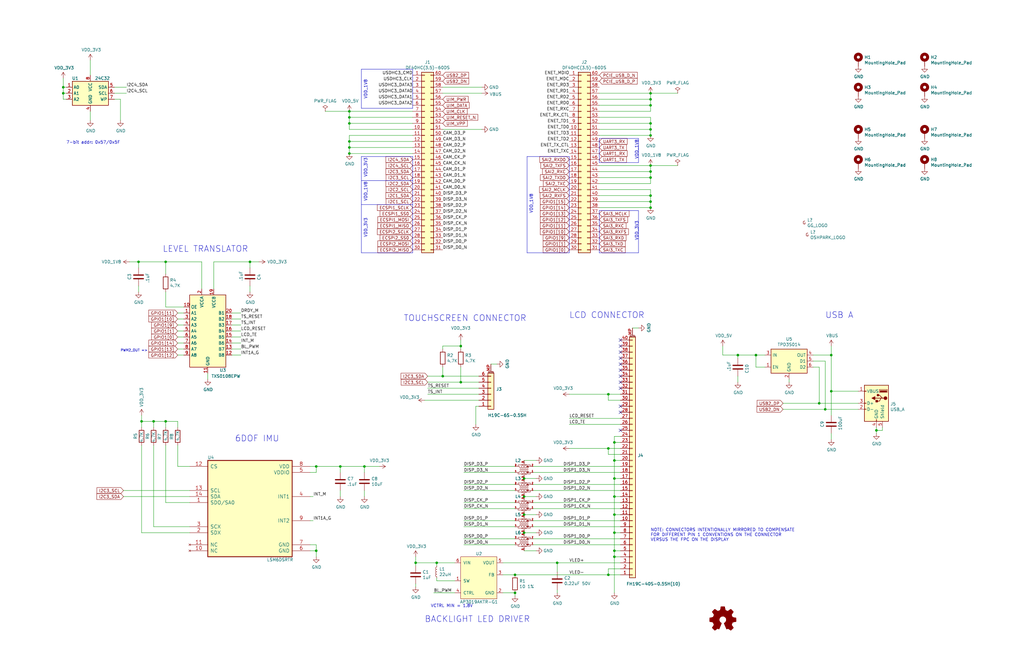
<source format=kicad_sch>
(kicad_sch (version 20230121) (generator eeschema)
  (paper "USLedger")
  (junction (at 259.08 234.95))
  (junction (at 259.08 201.93))
  (junction (at 59.69 177.8))
  (junction (at 147.32 59.69))
  (junction (at 259.08 217.17))
  (junction (at 274.32 39.37))
  (junction (at 217.17 242.57))
  (junction (at 133.35 196.85))
  (junction (at 26.67 39.37))
  (junction (at 274.32 72.39))
  (junction (at 274.32 82.55))
  (junction (at 311.15 149.86))
  (junction (at 259.08 194.31))
  (junction (at 194.31 146.05))
  (junction (at 274.32 85.09))
  (junction (at 259.08 224.79))
  (junction (at 184.15 237.49))
  (junction (at 64.77 177.8))
  (junction (at 26.67 36.83))
  (junction (at 256.54 189.23))
  (junction (at 274.32 87.63))
  (junction (at 147.32 49.53))
  (junction (at 274.32 74.93))
  (junction (at 147.32 52.07))
  (junction (at 175.26 237.49))
  (junction (at 147.32 62.23))
  (junction (at 259.08 186.69))
  (junction (at 186.69 158.75))
  (junction (at 318.77 149.86))
  (junction (at 350.52 149.86))
  (junction (at 217.17 250.19))
  (junction (at 274.32 57.15))
  (junction (at 369.57 181.61))
  (junction (at 133.35 232.41))
  (junction (at 69.85 177.8))
  (junction (at 234.95 237.49))
  (junction (at 58.42 110.49))
  (junction (at 256.54 166.37))
  (junction (at 220.98 217.17))
  (junction (at 274.32 69.85))
  (junction (at 147.32 46.99))
  (junction (at 274.32 52.07))
  (junction (at 147.32 64.77))
  (junction (at 69.85 110.49))
  (junction (at 143.51 196.85))
  (junction (at 274.32 54.61))
  (junction (at 350.52 165.1))
  (junction (at 194.31 161.29))
  (junction (at 347.98 172.72))
  (junction (at 220.98 201.93))
  (junction (at 105.41 110.49))
  (junction (at 274.32 41.91))
  (junction (at 256.54 242.57))
  (junction (at 153.67 196.85))
  (junction (at 345.44 170.18))
  (junction (at 259.08 209.55))
  (junction (at 220.98 224.79))
  (junction (at 220.98 209.55))
  (junction (at 259.08 232.41))
  (junction (at 274.32 44.45))
  (no_connect (at 261.62 153.67))
  (no_connect (at 261.62 171.45))
  (no_connect (at 261.62 163.83))
  (no_connect (at 261.62 158.75))
  (no_connect (at 261.62 143.51))
  (no_connect (at 261.62 161.29))
  (no_connect (at 261.62 156.21))
  (no_connect (at 261.62 173.99))
  (no_connect (at 261.62 148.59))
  (no_connect (at 261.62 146.05))
  (no_connect (at 261.62 181.61))
  (no_connect (at 261.62 151.13))
  (wire (pts (xy 90.17 110.49) (xy 105.41 110.49)))
  (wire (pts (xy 130.81 232.41) (xy 133.35 232.41)))
  (wire (pts (xy 274.32 87.63) (xy 274.32 85.09)))
  (wire (pts (xy 137.16 46.99) (xy 147.32 46.99)))
  (polyline (pts (xy 269.24 88.9) (xy 252.73 88.9)))
  (wire (pts (xy 194.31 154.94) (xy 194.31 161.29)))
  (wire (pts (xy 347.98 172.72) (xy 361.95 172.72)))
  (polyline (pts (xy 173.99 86.36) (xy 152.4 86.36)))
  (wire (pts (xy 330.2 172.72) (xy 347.98 172.72)))
  (wire (pts (xy 133.35 199.39) (xy 133.35 196.85)))
  (wire (pts (xy 274.32 49.53) (xy 274.32 52.07)))
  (wire (pts (xy 186.69 146.05) (xy 194.31 146.05)))
  (polyline (pts (xy 252.73 106.68) (xy 269.24 106.68)))
  (wire (pts (xy 256.54 168.91) (xy 256.54 166.37)))
  (wire (pts (xy 318.77 154.94) (xy 318.77 149.86)))
  (wire (pts (xy 311.15 149.86) (xy 318.77 149.86)))
  (wire (pts (xy 220.98 232.41) (xy 226.06 232.41)))
  (wire (pts (xy 186.69 36.83) (xy 203.2 36.83)))
  (wire (pts (xy 153.67 207.01) (xy 153.67 209.55)))
  (wire (pts (xy 261.62 179.07) (xy 240.03 179.07)))
  (wire (pts (xy 130.81 209.55) (xy 132.08 209.55)))
  (wire (pts (xy 224.79 196.85) (xy 261.62 196.85)))
  (wire (pts (xy 252.73 77.47) (xy 274.32 77.47)))
  (wire (pts (xy 224.79 219.71) (xy 261.62 219.71)))
  (wire (pts (xy 369.57 180.34) (xy 369.57 181.61)))
  (wire (pts (xy 224.79 212.09) (xy 261.62 212.09)))
  (wire (pts (xy 133.35 196.85) (xy 143.51 196.85)))
  (wire (pts (xy 285.75 39.37) (xy 274.32 39.37)))
  (wire (pts (xy 26.67 33.02) (xy 26.67 36.83)))
  (wire (pts (xy 191.77 245.11) (xy 184.15 245.11)))
  (wire (pts (xy 372.11 181.61) (xy 372.11 180.34)))
  (polyline (pts (xy 222.25 106.68) (xy 222.25 66.04)))
  (wire (pts (xy 261.62 189.23) (xy 256.54 189.23)))
  (wire (pts (xy 274.32 80.01) (xy 274.32 82.55)))
  (wire (pts (xy 133.35 229.87) (xy 133.35 232.41)))
  (wire (pts (xy 217.17 229.87) (xy 195.58 229.87)))
  (polyline (pts (xy 240.03 106.68) (xy 222.25 106.68)))
  (wire (pts (xy 147.32 59.69) (xy 147.32 62.23)))
  (wire (pts (xy 74.93 142.24) (xy 77.47 142.24)))
  (wire (pts (xy 58.42 113.03) (xy 58.42 110.49)))
  (wire (pts (xy 80.01 212.09) (xy 69.85 212.09)))
  (wire (pts (xy 252.73 44.45) (xy 274.32 44.45)))
  (wire (pts (xy 256.54 240.03) (xy 256.54 242.57)))
  (wire (pts (xy 173.99 54.61) (xy 147.32 54.61)))
  (polyline (pts (xy 152.4 76.2) (xy 173.99 76.2)))
  (wire (pts (xy 347.98 152.4) (xy 347.98 172.72)))
  (polyline (pts (xy 152.4 66.04) (xy 152.4 106.68)))
  (wire (pts (xy 274.32 39.37) (xy 274.32 41.91)))
  (wire (pts (xy 350.52 149.86) (xy 350.52 165.1)))
  (wire (pts (xy 252.73 54.61) (xy 274.32 54.61)))
  (wire (pts (xy 217.17 219.71) (xy 195.58 219.71)))
  (wire (pts (xy 194.31 161.29) (xy 201.93 161.29)))
  (wire (pts (xy 259.08 186.69) (xy 259.08 194.31)))
  (wire (pts (xy 130.81 199.39) (xy 133.35 199.39)))
  (wire (pts (xy 217.17 250.19) (xy 217.17 251.46)))
  (wire (pts (xy 217.17 204.47) (xy 195.58 204.47)))
  (wire (pts (xy 38.1 25.4) (xy 38.1 31.75)))
  (wire (pts (xy 212.09 250.19) (xy 217.17 250.19)))
  (wire (pts (xy 130.81 229.87) (xy 133.35 229.87)))
  (wire (pts (xy 74.93 149.86) (xy 77.47 149.86)))
  (polyline (pts (xy 269.24 106.68) (xy 269.24 88.9)))
  (wire (pts (xy 38.1 50.8) (xy 38.1 46.99)))
  (polyline (pts (xy 252.73 68.58) (xy 252.73 58.42)))
  (wire (pts (xy 252.73 80.01) (xy 274.32 80.01)))
  (wire (pts (xy 175.26 238.76) (xy 175.26 237.49)))
  (wire (pts (xy 201.93 163.83) (xy 180.34 163.83)))
  (wire (pts (xy 252.73 82.55) (xy 274.32 82.55)))
  (wire (pts (xy 147.32 57.15) (xy 147.32 59.69)))
  (wire (pts (xy 133.35 232.41) (xy 133.35 234.95)))
  (wire (pts (xy 74.93 139.7) (xy 77.47 139.7)))
  (wire (pts (xy 27.94 39.37) (xy 26.67 39.37)))
  (wire (pts (xy 234.95 248.92) (xy 234.95 250.19)))
  (wire (pts (xy 52.07 207.01) (xy 80.01 207.01)))
  (wire (pts (xy 252.73 85.09) (xy 274.32 85.09)))
  (wire (pts (xy 261.62 224.79) (xy 259.08 224.79)))
  (polyline (pts (xy 152.4 29.21) (xy 152.4 45.72)))
  (wire (pts (xy 212.09 242.57) (xy 217.17 242.57)))
  (wire (pts (xy 261.62 194.31) (xy 259.08 194.31)))
  (wire (pts (xy 143.51 196.85) (xy 153.67 196.85)))
  (wire (pts (xy 252.73 72.39) (xy 274.32 72.39)))
  (wire (pts (xy 234.95 237.49) (xy 261.62 237.49)))
  (wire (pts (xy 74.93 144.78) (xy 77.47 144.78)))
  (wire (pts (xy 304.8 146.05) (xy 304.8 149.86)))
  (wire (pts (xy 332.74 160.02) (xy 332.74 161.29)))
  (wire (pts (xy 330.2 170.18) (xy 345.44 170.18)))
  (wire (pts (xy 224.79 207.01) (xy 261.62 207.01)))
  (wire (pts (xy 153.67 196.85) (xy 160.02 196.85)))
  (wire (pts (xy 261.62 217.17) (xy 259.08 217.17)))
  (wire (pts (xy 69.85 212.09) (xy 69.85 187.96)))
  (wire (pts (xy 130.81 219.71) (xy 132.08 219.71)))
  (wire (pts (xy 180.34 158.75) (xy 186.69 158.75)))
  (wire (pts (xy 48.26 41.91) (xy 50.8 41.91)))
  (wire (pts (xy 224.79 199.39) (xy 261.62 199.39)))
  (wire (pts (xy 322.58 154.94) (xy 318.77 154.94)))
  (wire (pts (xy 259.08 184.15) (xy 259.08 186.69)))
  (wire (pts (xy 200.66 171.45) (xy 200.66 179.07)))
  (wire (pts (xy 224.79 227.33) (xy 261.62 227.33)))
  (wire (pts (xy 369.57 181.61) (xy 369.57 182.88)))
  (wire (pts (xy 97.79 134.62) (xy 101.6 134.62)))
  (wire (pts (xy 53.34 39.37) (xy 48.26 39.37)))
  (wire (pts (xy 261.62 209.55) (xy 259.08 209.55)))
  (wire (pts (xy 345.44 154.94) (xy 345.44 170.18)))
  (wire (pts (xy 130.81 196.85) (xy 133.35 196.85)))
  (wire (pts (xy 74.93 177.8) (xy 74.93 180.34)))
  (wire (pts (xy 69.85 129.54) (xy 69.85 123.19)))
  (polyline (pts (xy 173.99 66.04) (xy 173.99 106.68)))
  (wire (pts (xy 342.9 154.94) (xy 345.44 154.94)))
  (wire (pts (xy 77.47 129.54) (xy 69.85 129.54)))
  (wire (pts (xy 143.51 199.39) (xy 143.51 196.85)))
  (wire (pts (xy 274.32 46.99) (xy 274.32 44.45)))
  (wire (pts (xy 350.52 149.86) (xy 350.52 146.05)))
  (wire (pts (xy 252.73 49.53) (xy 274.32 49.53)))
  (wire (pts (xy 153.67 199.39) (xy 153.67 196.85)))
  (wire (pts (xy 52.07 209.55) (xy 80.01 209.55)))
  (wire (pts (xy 69.85 115.57) (xy 69.85 110.49)))
  (wire (pts (xy 274.32 69.85) (xy 252.73 69.85)))
  (wire (pts (xy 90.17 110.49) (xy 90.17 121.92)))
  (wire (pts (xy 97.79 142.24) (xy 101.6 142.24)))
  (wire (pts (xy 212.09 237.49) (xy 234.95 237.49)))
  (polyline (pts (xy 240.03 66.04) (xy 240.03 106.68)))
  (polyline (pts (xy 173.99 29.21) (xy 152.4 29.21)))
  (wire (pts (xy 217.17 242.57) (xy 256.54 242.57)))
  (wire (pts (xy 259.08 194.31) (xy 259.08 201.93)))
  (wire (pts (xy 274.32 44.45) (xy 274.32 41.91)))
  (wire (pts (xy 74.93 147.32) (xy 77.47 147.32)))
  (wire (pts (xy 54.61 110.49) (xy 58.42 110.49)))
  (wire (pts (xy 87.63 157.48) (xy 87.63 160.02)))
  (wire (pts (xy 105.41 110.49) (xy 105.41 113.03)))
  (wire (pts (xy 191.77 250.19) (xy 182.88 250.19)))
  (wire (pts (xy 69.85 177.8) (xy 69.85 180.34)))
  (wire (pts (xy 256.54 166.37) (xy 240.03 166.37)))
  (wire (pts (xy 350.52 165.1) (xy 350.52 175.26)))
  (wire (pts (xy 74.93 134.62) (xy 77.47 134.62)))
  (wire (pts (xy 256.54 191.77) (xy 256.54 189.23)))
  (wire (pts (xy 143.51 207.01) (xy 143.51 209.55)))
  (wire (pts (xy 224.79 214.63) (xy 261.62 214.63)))
  (wire (pts (xy 369.57 181.61) (xy 372.11 181.61)))
  (wire (pts (xy 184.15 245.11) (xy 184.15 243.84)))
  (polyline (pts (xy 252.73 88.9) (xy 252.73 106.68)))
  (wire (pts (xy 184.15 238.76) (xy 184.15 237.49)))
  (wire (pts (xy 194.31 146.05) (xy 194.31 143.51)))
  (wire (pts (xy 318.77 149.86) (xy 322.58 149.86)))
  (polyline (pts (xy 252.73 58.42) (xy 269.24 58.42)))
  (wire (pts (xy 256.54 189.23) (xy 240.03 189.23)))
  (wire (pts (xy 224.79 222.25) (xy 261.62 222.25)))
  (wire (pts (xy 259.08 209.55) (xy 259.08 217.17)))
  (wire (pts (xy 274.32 72.39) (xy 274.32 74.93)))
  (wire (pts (xy 69.85 177.8) (xy 74.93 177.8)))
  (wire (pts (xy 173.99 64.77) (xy 147.32 64.77)))
  (wire (pts (xy 59.69 177.8) (xy 59.69 180.34)))
  (wire (pts (xy 74.93 196.85) (xy 74.93 187.96)))
  (wire (pts (xy 217.17 212.09) (xy 195.58 212.09)))
  (wire (pts (xy 259.08 234.95) (xy 259.08 250.19)))
  (wire (pts (xy 201.93 166.37) (xy 180.34 166.37)))
  (wire (pts (xy 217.17 207.01) (xy 195.58 207.01)))
  (wire (pts (xy 201.93 171.45) (xy 200.66 171.45)))
  (wire (pts (xy 350.52 165.1) (xy 361.95 165.1)))
  (wire (pts (xy 261.62 232.41) (xy 259.08 232.41)))
  (wire (pts (xy 304.8 149.86) (xy 311.15 149.86)))
  (wire (pts (xy 261.62 168.91) (xy 256.54 168.91)))
  (wire (pts (xy 147.32 54.61) (xy 147.32 52.07)))
  (wire (pts (xy 50.8 41.91) (xy 50.8 50.8)))
  (wire (pts (xy 109.22 110.49) (xy 105.41 110.49)))
  (wire (pts (xy 259.08 224.79) (xy 259.08 232.41)))
  (wire (pts (xy 224.79 204.47) (xy 261.62 204.47)))
  (wire (pts (xy 97.79 149.86) (xy 101.6 149.86)))
  (wire (pts (xy 194.31 147.32) (xy 194.31 146.05)))
  (wire (pts (xy 186.69 158.75) (xy 201.93 158.75)))
  (wire (pts (xy 252.73 87.63) (xy 274.32 87.63)))
  (wire (pts (xy 345.44 170.18) (xy 361.95 170.18)))
  (wire (pts (xy 311.15 151.13) (xy 311.15 149.86)))
  (wire (pts (xy 59.69 175.26) (xy 59.69 177.8)))
  (wire (pts (xy 226.06 201.93) (xy 220.98 201.93)))
  (wire (pts (xy 97.79 132.08) (xy 101.6 132.08)))
  (wire (pts (xy 58.42 123.19) (xy 58.42 120.65)))
  (polyline (pts (xy 152.4 106.68) (xy 173.99 106.68)))
  (wire (pts (xy 252.73 46.99) (xy 274.32 46.99)))
  (wire (pts (xy 217.17 222.25) (xy 195.58 222.25)))
  (wire (pts (xy 58.42 110.49) (xy 69.85 110.49)))
  (wire (pts (xy 59.69 224.79) (xy 59.69 187.96)))
  (wire (pts (xy 186.69 54.61) (xy 203.2 54.61)))
  (wire (pts (xy 184.15 237.49) (xy 175.26 237.49)))
  (wire (pts (xy 261.62 242.57) (xy 256.54 242.57)))
  (polyline (pts (xy 269.24 68.58) (xy 252.73 68.58)))
  (wire (pts (xy 191.77 237.49) (xy 184.15 237.49)))
  (wire (pts (xy 207.01 153.67) (xy 209.55 153.67)))
  (wire (pts (xy 186.69 39.37) (xy 203.2 39.37)))
  (wire (pts (xy 64.77 177.8) (xy 64.77 180.34)))
  (wire (pts (xy 180.34 161.29) (xy 194.31 161.29)))
  (wire (pts (xy 259.08 232.41) (xy 259.08 234.95)))
  (wire (pts (xy 217.17 227.33) (xy 195.58 227.33)))
  (wire (pts (xy 217.17 199.39) (xy 195.58 199.39)))
  (wire (pts (xy 311.15 158.75) (xy 311.15 161.29)))
  (wire (pts (xy 59.69 177.8) (xy 64.77 177.8)))
  (wire (pts (xy 175.26 246.38) (xy 175.26 247.65)))
  (wire (pts (xy 274.32 52.07) (xy 252.73 52.07)))
  (wire (pts (xy 342.9 152.4) (xy 347.98 152.4)))
  (wire (pts (xy 147.32 49.53) (xy 147.32 46.99)))
  (wire (pts (xy 274.32 54.61) (xy 274.32 52.07)))
  (wire (pts (xy 26.67 36.83) (xy 26.67 39.37)))
  (wire (pts (xy 274.32 41.91) (xy 252.73 41.91)))
  (wire (pts (xy 173.99 52.07) (xy 147.32 52.07)))
  (wire (pts (xy 226.06 194.31) (xy 220.98 194.31)))
  (wire (pts (xy 173.99 49.53) (xy 147.32 49.53)))
  (wire (pts (xy 274.32 74.93) (xy 252.73 74.93)))
  (wire (pts (xy 217.17 214.63) (xy 195.58 214.63)))
  (wire (pts (xy 226.06 224.79) (xy 220.98 224.79)))
  (wire (pts (xy 261.62 186.69) (xy 259.08 186.69)))
  (wire (pts (xy 80.01 196.85) (xy 74.93 196.85)))
  (wire (pts (xy 105.41 120.65) (xy 105.41 123.19)))
  (polyline (pts (xy 173.99 29.21) (xy 173.99 45.72)))
  (wire (pts (xy 234.95 241.3) (xy 234.95 237.49)))
  (wire (pts (xy 80.01 222.25) (xy 64.77 222.25)))
  (wire (pts (xy 186.69 147.32) (xy 186.69 146.05)))
  (wire (pts (xy 252.73 57.15) (xy 274.32 57.15)))
  (wire (pts (xy 97.79 147.32) (xy 101.6 147.32)))
  (wire (pts (xy 285.75 69.85) (xy 274.32 69.85)))
  (polyline (pts (xy 269.24 58.42) (xy 269.24 68.58)))
  (wire (pts (xy 69.85 110.49) (xy 85.09 110.49)))
  (wire (pts (xy 261.62 176.53) (xy 240.03 176.53)))
  (wire (pts (xy 259.08 217.17) (xy 259.08 224.79)))
  (wire (pts (xy 274.32 57.15) (xy 274.32 54.61)))
  (polyline (pts (xy 222.25 66.04) (xy 240.03 66.04)))
  (wire (pts (xy 147.32 46.99) (xy 173.99 46.99)))
  (wire (pts (xy 195.58 196.85) (xy 217.17 196.85)))
  (wire (pts (xy 274.32 82.55) (xy 274.32 85.09)))
  (wire (pts (xy 97.79 139.7) (xy 101.6 139.7)))
  (wire (pts (xy 53.34 36.83) (xy 48.26 36.83)))
  (polyline (pts (xy 173.99 66.04) (xy 152.4 66.04)))
  (wire (pts (xy 342.9 149.86) (xy 350.52 149.86)))
  (wire (pts (xy 261.62 166.37) (xy 256.54 166.37)))
  (wire (pts (xy 97.79 137.16) (xy 101.6 137.16)))
  (wire (pts (xy 266.7 138.43) (xy 269.24 138.43)))
  (wire (pts (xy 97.79 144.78) (xy 101.6 144.78)))
  (wire (pts (xy 274.32 74.93) (xy 274.32 77.47)))
  (wire (pts (xy 261.62 240.03) (xy 256.54 240.03)))
  (wire (pts (xy 175.26 234.95) (xy 175.26 237.49)))
  (wire (pts (xy 259.08 201.93) (xy 259.08 209.55)))
  (wire (pts (xy 274.32 69.85) (xy 274.32 72.39)))
  (wire (pts (xy 186.69 154.94) (xy 186.69 158.75)))
  (wire (pts (xy 350.52 182.88) (xy 350.52 185.42)))
  (wire (pts (xy 224.79 229.87) (xy 261.62 229.87)))
  (wire (pts (xy 274.32 39.37) (xy 252.73 39.37)))
  (wire (pts (xy 85.09 110.49) (xy 85.09 121.92)))
  (wire (pts (xy 27.94 36.83) (xy 26.67 36.83)))
  (wire (pts (xy 74.93 137.16) (xy 77.47 137.16)))
  (wire (pts (xy 80.01 224.79) (xy 59.69 224.79)))
  (wire (pts (xy 261.62 184.15) (xy 259.08 184.15)))
  (wire (pts (xy 64.77 177.8) (xy 69.85 177.8)))
  (wire (pts (xy 261.62 201.93) (xy 259.08 201.93)))
  (wire (pts (xy 26.67 41.91) (xy 27.94 41.91)))
  (wire (pts (xy 173.99 57.15) (xy 147.32 57.15)))
  (wire (pts (xy 64.77 222.25) (xy 64.77 187.96)))
  (wire (pts (xy 261.62 234.95) (xy 259.08 234.95)))
  (wire (pts (xy 173.99 62.23) (xy 147.32 62.23)))
  (wire (pts (xy 74.93 132.08) (xy 77.47 132.08)))
  (wire (pts (xy 261.62 191.77) (xy 256.54 191.77)))
  (wire (pts (xy 147.32 52.07) (xy 147.32 49.53)))
  (wire (pts (xy 173.99 59.69) (xy 147.32 59.69)))
  (wire (pts (xy 226.06 217.17) (xy 220.98 217.17)))
  (wire (pts (xy 147.32 62.23) (xy 147.32 64.77)))
  (wire (pts (xy 226.06 209.55) (xy 220.98 209.55)))
  (wire (pts (xy 179.07 168.91) (xy 201.93 168.91)))
  (wire (pts (xy 26.67 39.37) (xy 26.67 41.91)))
  (polyline (pts (xy 152.4 45.72) (xy 173.99 45.72)))
  (text "VDD_3V3" (at 154.94 100.33 90) (effects (font (size 1.27 1.27)) (justify left bottom)))
  (text "VDD_1V8" (at 224.79 90.17 90) (effects (font (size 1.27 1.27)) (justify left bottom)))
  (text "VDD_1V8" (at 269.24 67.31 90) (effects (font (size 1.27 1.27)) (justify left bottom)))
  (text "VDD_1V8" (at 154.94 41.91 90) (effects (font (size 1.27 1.27)) (justify left bottom)))
  (text "TOUCHSCREEN CONNECTOR" (at 170.18 135.89 0) (effects (font (size 2.54 2.54)) (justify left bottom)))
  (text "7-bit addr: 0x57/0x5F" (at 27.94 60.96 0) (effects (font (size 1.27 1.27)) (justify left bottom)))
  (text "LCD CONNECTOR" (at 240.03 134.62 0) (effects (font (size 2.54 2.54)) (justify left bottom)))
  (text "VCTRL MIN = 1.8V" (at 181.61 256.54 0) (effects (font (size 1.27 1.27)) (justify left bottom)))
  (text "VDD_3V3" (at 154.94 74.93 90) (effects (font (size 1.27 1.27)) (justify left bottom)))
  (text "VDD_1V8" (at 154.94 85.09 90) (effects (font (size 1.27 1.27)) (justify left bottom)))
  (text "6DOF IMU" (at 99.06 186.69 0) (effects (font (size 2.54 2.54)) (justify left bottom)))
  (text "USB A" (at 347.98 134.62 0) (effects (font (size 2.54 2.54)) (justify left bottom)))
  (text "LEVEL TRANSLATOR" (at 68.58 106.68 0) (effects (font (size 2.54 2.54)) (justify left bottom)))
  (text "PWM2_OUT =>" (at 50.8 148.59 0) (effects (font (size 1.016 1.016)) (justify left bottom)))
  (text "BACKLIGHT LED DRIVER" (at 179.07 262.89 0) (effects (font (size 2.54 2.54)) (justify left bottom)))
  (text "NOTE: CONNECTORS INTENTIONALLY MIRRORED TO COMPENSATE\nFOR DIFFERENT PIN 1 CONVENTIONS ON THE CONNECTOR\nVERSUS THE FPC ON THE DISPLAY" (at 274.32 228.6 0) (effects (font (size 1.27 1.27)) (justify left bottom)))
  (text "VDD_3V3" (at 269.24 101.6 90) (effects (font (size 1.27 1.27)) (justify left bottom)))
  (label "DISP_D0_N" (at 186.69 105.41 0))
  (label "DISP_D0_N" (at 195.58 229.87 0))
  (label "CAM_D0_N" (at 186.69 80.01 0))
  (label "TS_RESET" (at 101.6 134.62 0))
  (label "DISP1_D0_N" (at 237.49 229.87 0))
  (label "USDHC3_CLK" (at 173.99 34.29 180))
  (label "ENET_RX_CTL" (at 240.03 49.53 180))
  (label "CAM_D3_P" (at 186.69 57.15 0))
  (label "ENET_MDC" (at 240.03 34.29 180))
  (label "LCD_RESET" (at 101.6 139.7 0))
  (label "USDHC3_DATA3" (at 173.99 36.83 180))
  (label "DISP1_D3_N" (at 237.49 199.39 0))
  (label "TS_INT" (at 101.6 137.16 0))
  (label "ENET_RD0" (at 240.03 44.45 180))
  (label "DISP_D2_N" (at 195.58 207.01 0))
  (label "VLED+" (at 240.03 237.49 0))
  (label "DISP_D2_N" (at 186.69 90.17 0))
  (label "INT1A_G" (at 132.08 219.71 0))
  (label "DISP_CK_N" (at 186.69 95.25 0))
  (label "DISP_CK_N" (at 195.58 214.63 0))
  (label "ENET_TD2" (at 240.03 59.69 180))
  (label "DISP_CK_P" (at 186.69 92.71 0))
  (label "CAM_D0_P" (at 186.69 77.47 0))
  (label "INT1A_G" (at 101.6 149.86 0))
  (label "DISP_D3_P" (at 195.58 196.85 0))
  (label "DISP1_D1_N" (at 237.49 222.25 0))
  (label "DISP_D1_N" (at 186.69 100.33 0))
  (label "USDHC3_CMD" (at 173.99 31.75 180))
  (label "LCD_RESET" (at 240.03 176.53 0))
  (label "USDHC3_DATA0" (at 173.99 39.37 180))
  (label "DISP_D0_P" (at 195.58 227.33 0))
  (label "ENET_TD3" (at 240.03 57.15 180))
  (label "CAM_D1_N" (at 186.69 74.93 0))
  (label "ENET_TD0" (at 240.03 54.61 180))
  (label "ENET_RXC" (at 240.03 46.99 180))
  (label "INT_M" (at 132.08 209.55 0))
  (label "DISP1_D2_N" (at 237.49 207.01 0))
  (label "DISP1_D1_P" (at 237.49 219.71 0))
  (label "USDHC3_DATA1" (at 173.99 41.91 180))
  (label "ENET_RD2" (at 240.03 41.91 180))
  (label "TS_INT" (at 180.34 166.37 0))
  (label "ENET_RD3" (at 240.03 36.83 180))
  (label "TS_RESET" (at 180.34 163.83 0))
  (label "ENET_MDIO" (at 240.03 31.75 180))
  (label "ENET_TD1" (at 240.03 52.07 180))
  (label "CAM_CK_P" (at 186.69 67.31 0))
  (label "DISP_D1_P" (at 186.69 97.79 0))
  (label "DISP_D3_N" (at 186.69 85.09 0))
  (label "DISP1_CK_N" (at 237.49 214.63 0))
  (label "DRDY_M" (at 101.6 132.08 0))
  (label "DISP1_D3_P" (at 237.49 196.85 0))
  (label "CAM_D2_P" (at 186.69 62.23 0))
  (label "DISP1_CK_P" (at 237.49 212.09 0))
  (label "INT_M" (at 101.6 144.78 0))
  (label "DISP1_D0_P" (at 237.49 227.33 0))
  (label "LCD_TE" (at 240.03 179.07 0))
  (label "VLED-" (at 240.03 242.57 0))
  (label "USDHC3_DATA2" (at 173.99 44.45 180))
  (label "CAM_CK_N" (at 186.69 69.85 0))
  (label "DISP_D1_N" (at 195.58 222.25 0))
  (label "DISP_D1_P" (at 195.58 219.71 0))
  (label "BL_PWM" (at 182.88 250.19 0))
  (label "BL_PWM" (at 101.6 147.32 0))
  (label "DISP_CK_P" (at 195.58 212.09 0))
  (label "CAM_D1_P" (at 186.69 72.39 0))
  (label "LCD_TE" (at 101.6 142.24 0))
  (label "ENET_TXC" (at 240.03 64.77 180))
  (label "ENET_RD1" (at 240.03 39.37 180))
  (label "CAM_D2_N" (at 186.69 64.77 0))
  (label "DISP_D2_P" (at 195.58 204.47 0))
  (label "ENET_TX_CTL" (at 240.03 62.23 180))
  (label "I2C4_SCL" (at 53.34 39.37 0))
  (label "DISP_D3_N" (at 195.58 199.39 0))
  (label "DISP_D3_P" (at 186.69 82.55 0))
  (label "DISP_D2_P" (at 186.69 87.63 0))
  (label "DISP_D0_P" (at 186.69 102.87 0))
  (label "CAM_D3_N" (at 186.69 59.69 0))
  (label "DISP1_D2_P" (at 237.49 204.47 0))
  (label "I2C4_SDA" (at 53.34 36.83 0))
  (global_label "USB2_DP" (shape input) (at 330.2 170.18 180) (property "Intersheetrefs" "${INTERSHEET_REFS}" (effects hide)))
  (global_label "SAI3_RXFS" (shape input) (at 252.73 97.79 0) (property "Intersheetrefs" "${INTERSHEET_REFS}" (effects hide)))
  (global_label "GPIO1[1]" (shape input) (at 74.93 139.7 180) (property "Intersheetrefs" "${INTERSHEET_REFS}" (effects hide)))
  (global_label "SAI3_TXD" (shape input) (at 252.73 102.87 0) (property "Intersheetrefs" "${INTERSHEET_REFS}" (effects hide)))
  (global_label "GPIO1[1]" (shape input) (at 240.03 102.87 180) (property "Intersheetrefs" "${INTERSHEET_REFS}" (effects hide)))
  (global_label "I2C4_SDA" (shape input) (at 173.99 67.31 180) (property "Intersheetrefs" "${INTERSHEET_REFS}" (effects hide)))
  (global_label "SAI2_TXC" (shape input) (at 240.03 77.47 180) (property "Intersheetrefs" "${INTERSHEET_REFS}" (effects hide)))
  (global_label "PCIE_USB_D_N" (shape input) (at 252.73 31.75 0) (property "Intersheetrefs" "${INTERSHEET_REFS}" (effects hide)))
  (global_label "SAI2_RXC" (shape input) (at 240.03 72.39 180) (property "Intersheetrefs" "${INTERSHEET_REFS}" (effects hide)))
  (global_label "UIM_VPP" (shape input) (at 186.69 52.07 0) (property "Intersheetrefs" "${INTERSHEET_REFS}" (effects hide)))
  (global_label "GPIO1[10]" (shape input) (at 240.03 97.79 180) (property "Intersheetrefs" "${INTERSHEET_REFS}" (effects hide)))
  (global_label "I2C3_SDA" (shape input) (at 173.99 72.39 180) (property "Intersheetrefs" "${INTERSHEET_REFS}" (effects hide)))
  (global_label "ECSPI1_MOSI" (shape input) (at 173.99 92.71 180) (property "Intersheetrefs" "${INTERSHEET_REFS}" (effects hide)))
  (global_label "ECSPI2_SS0" (shape input) (at 173.99 100.33 180) (property "Intersheetrefs" "${INTERSHEET_REFS}" (effects hide)))
  (global_label "I2C3_SCL" (shape input) (at 52.07 207.01 180) (property "Intersheetrefs" "${INTERSHEET_REFS}" (effects hide)))
  (global_label "UART1_TX" (shape input) (at 252.73 67.31 0) (property "Intersheetrefs" "${INTERSHEET_REFS}" (effects hide)))
  (global_label "UIM_PWR" (shape input) (at 186.69 41.91 0) (property "Intersheetrefs" "${INTERSHEET_REFS}" (effects hide)))
  (global_label "GPIO1[13]" (shape input) (at 74.93 147.32 180) (property "Intersheetrefs" "${INTERSHEET_REFS}" (effects hide)))
  (global_label "I2C2_SDA" (shape input) (at 173.99 77.47 180) (property "Intersheetrefs" "${INTERSHEET_REFS}" (effects hide)))
  (global_label "SAI3_TXC" (shape input) (at 252.73 105.41 0) (property "Intersheetrefs" "${INTERSHEET_REFS}" (effects hide)))
  (global_label "UART3_TX" (shape input) (at 252.73 62.23 0) (property "Intersheetrefs" "${INTERSHEET_REFS}" (effects hide)))
  (global_label "I2C1_SCL" (shape input) (at 173.99 85.09 180) (property "Intersheetrefs" "${INTERSHEET_REFS}" (effects hide)))
  (global_label "UIM_RESET_N" (shape input) (at 186.69 49.53 0) (property "Intersheetrefs" "${INTERSHEET_REFS}" (effects hide)))
  (global_label "SAI3_TXFS" (shape input) (at 252.73 92.71 0) (property "Intersheetrefs" "${INTERSHEET_REFS}" (effects hide)))
  (global_label "USB2_DP" (shape input) (at 186.69 31.75 0) (property "Intersheetrefs" "${INTERSHEET_REFS}" (effects hide)))
  (global_label "SAI3_RXD" (shape input) (at 252.73 100.33 0) (property "Intersheetrefs" "${INTERSHEET_REFS}" (effects hide)))
  (global_label "GPIO1[11]" (shape input) (at 240.03 95.25 180) (property "Intersheetrefs" "${INTERSHEET_REFS}" (effects hide)))
  (global_label "ECSPI1_SCLK" (shape input) (at 173.99 87.63 180) (property "Intersheetrefs" "${INTERSHEET_REFS}" (effects hide)))
  (global_label "SAI2_TXD0" (shape input) (at 240.03 74.93 180) (property "Intersheetrefs" "${INTERSHEET_REFS}" (effects hide)))
  (global_label "I2C3_SDA" (shape input) (at 180.34 158.75 180) (property "Intersheetrefs" "${INTERSHEET_REFS}" (effects hide)))
  (global_label "SAI2_RXFS" (shape input) (at 240.03 82.55 180) (property "Intersheetrefs" "${INTERSHEET_REFS}" (effects hide)))
  (global_label "I2C1_SDA" (shape input) (at 173.99 82.55 180) (property "Intersheetrefs" "${INTERSHEET_REFS}" (effects hide)))
  (global_label "I2C4_SCL" (shape input) (at 173.99 69.85 180) (property "Intersheetrefs" "${INTERSHEET_REFS}" (effects hide)))
  (global_label "I2C3_SCL" (shape input) (at 180.34 161.29 180) (property "Intersheetrefs" "${INTERSHEET_REFS}" (effects hide)))
  (global_label "GPIO1[9]" (shape input) (at 74.93 137.16 180) (property "Intersheetrefs" "${INTERSHEET_REFS}" (effects hide)))
  (global_label "GPIO1[11]" (shape input) (at 74.93 132.08 180) (property "Intersheetrefs" "${INTERSHEET_REFS}" (effects hide)))
  (global_label "I2C3_SCL" (shape input) (at 173.99 74.93 180) (property "Intersheetrefs" "${INTERSHEET_REFS}" (effects hide)))
  (global_label "UART1_RX" (shape input) (at 252.73 64.77 0) (property "Intersheetrefs" "${INTERSHEET_REFS}" (effects hide)))
  (global_label "SAI2_MCLK" (shape input) (at 240.03 80.01 180) (property "Intersheetrefs" "${INTERSHEET_REFS}" (effects hide)))
  (global_label "I2C2_SCL" (shape input) (at 173.99 80.01 180) (property "Intersheetrefs" "${INTERSHEET_REFS}" (effects hide)))
  (global_label "I2C3_SDA" (shape input) (at 52.07 209.55 180) (property "Intersheetrefs" "${INTERSHEET_REFS}" (effects hide)))
  (global_label "GPIO1[10]" (shape input) (at 74.93 134.62 180) (property "Intersheetrefs" "${INTERSHEET_REFS}" (effects hide)))
  (global_label "GPIO1[0]" (shape input) (at 240.03 105.41 180) (property "Intersheetrefs" "${INTERSHEET_REFS}" (effects hide)))
  (global_label "GPIO1[0]" (shape input) (at 74.93 142.24 180) (property "Intersheetrefs" "${INTERSHEET_REFS}" (effects hide)))
  (global_label "USB2_DN" (shape input) (at 330.2 172.72 180) (property "Intersheetrefs" "${INTERSHEET_REFS}" (effects hide)))
  (global_label "GPIO1[13]" (shape input) (at 240.03 90.17 180) (property "Intersheetrefs" "${INTERSHEET_REFS}" (effects hide)))
  (global_label "SAI3_RXC" (shape input) (at 252.73 95.25 0) (property "Intersheetrefs" "${INTERSHEET_REFS}" (effects hide)))
  (global_label "ECSPI1_SS0" (shape input) (at 173.99 90.17 180) (property "Intersheetrefs" "${INTERSHEET_REFS}" (effects hide)))
  (global_label "GPIO1[14]" (shape input) (at 74.93 144.78 180) (property "Intersheetrefs" "${INTERSHEET_REFS}" (effects hide)))
  (global_label "ECSPI2_SCLK" (shape input) (at 173.99 97.79 180) (property "Intersheetrefs" "${INTERSHEET_REFS}" (effects hide)))
  (global_label "ECSPI2_MISO" (shape input) (at 173.99 105.41 180) (property "Intersheetrefs" "${INTERSHEET_REFS}" (effects hide)))
  (global_label "UIM_DATA" (shape input) (at 186.69 44.45 0) (property "Intersheetrefs" "${INTERSHEET_REFS}" (effects hide)))
  (global_label "GPIO1[9]" (shape input) (at 240.03 100.33 180) (property "Intersheetrefs" "${INTERSHEET_REFS}" (effects hide)))
  (global_label "SAI2_TXFS" (shape input) (at 240.03 69.85 180) (property "Intersheetrefs" "${INTERSHEET_REFS}" (effects hide)))
  (global_label "USB2_DN" (shape input) (at 186.69 34.29 0) (property "Intersheetrefs" "${INTERSHEET_REFS}" (effects hide)))
  (global_label "UIM_CLK" (shape input) (at 186.69 46.99 0) (property "Intersheetrefs" "${INTERSHEET_REFS}" (effects hide)))
  (global_label "GPIO1[14]" (shape input) (at 240.03 87.63 180) (property "Intersheetrefs" "${INTERSHEET_REFS}" (effects hide)))
  (global_label "ECSPI1_MISO" (shape input) (at 173.99 95.25 180) (property "Intersheetrefs" "${INTERSHEET_REFS}" (effects hide)))
  (global_label "PCIE_USB_D_P" (shape input) (at 252.73 34.29 0) (property "Intersheetrefs" "${INTERSHEET_REFS}" (effects hide)))
  (global_label "GPIO1[15]" (shape input) (at 240.03 85.09 180) (property "Intersheetrefs" "${INTERSHEET_REFS}" (effects hide)))
  (global_label "GPIO1[12]" (shape input) (at 74.93 149.86 180) (property "Intersheetrefs" "${INTERSHEET_REFS}" (effects hide)))
  (global_label "SAI3_MCLK" (shape input) (at 252.73 90.17 0) (property "Intersheetrefs" "${INTERSHEET_REFS}" (effects hide)))
  (global_label "GPIO1[12]" (shape input) (at 240.03 92.71 180) (property "Intersheetrefs" "${INTERSHEET_REFS}" (effects hide)))
  (global_label "SAI2_RXD0" (shape input) (at 240.03 67.31 180) (property "Intersheetrefs" "${INTERSHEET_REFS}" (effects hide)))
  (global_label "ECSPI2_MOSI" (shape input) (at 173.99 102.87 180) (property "Intersheetrefs" "${INTERSHEET_REFS}" (effects hide)))
  (global_label "UART3_RX" (shape input) (at 252.73 59.69 0) (property "Intersheetrefs" "${INTERSHEET_REFS}" (effects hide)))
  (symbol (lib_id "Memory_EEPROM:24LC16") (at 38.1 39.37 0) (unit 1)
    (property "Reference" "U1" (at 31.75 33.02 0))
    (property "Value" "24C32" (at 43.18 33.02 0))
    (property "Footprint" "Package_DFN_QFN:DFN-8-1EP_3x2mm_P0.5mm_EP1.36x1.46mm" (effects hide))
    (property "Datasheet" "http://www.st.com/content/ccc/resource/technical/document/datasheet/80/4e/8c/54/f2/63/4c/4a/CD00001012.pdf/files/CD00001012.pdf/jcr:content/translations/en.CD00001012.pdf" (effects hide))
    (property "Mfgr" "ST" (effects hide))
    (property "Part" "M24C32-FMC6TG" (effects hide))
    (property "Vendorpart" "497-15757-1-ND" (effects hide))
  )
  (symbol (lib_id "power:GND") (at 38.1 50.8 0) (unit 1)
    (property "Reference" "#PWR0226" (effects hide))
    (property "Value" "GND" (at 38.227 55.1942 0))
  )
  (symbol (lib_id "power:GND") (at 50.8 50.8 0) (unit 1)
    (property "Reference" "#PWR0227" (effects hide))
    (property "Value" "GND" (at 50.927 55.1942 0))
  )
  (symbol (lib_id "Connector_Generic:Conn_02x30_Counter_Clockwise") (at 245.11 67.31 0) (unit 1)
    (property "Reference" "J2" (at 246.38 26.2382 0))
    (property "Value" "DF40HC(3.5)-60DS" (at 246.38 28.5496 0))
    (property "Footprint" "kimchi_ulid:DF40HC(3.5)-60DS" (effects hide))
    (property "Part" "DF40HC(3.5)-60DS" (effects hide))
  )
  (symbol (lib_id "power:GND") (at 203.2 54.61 90) (unit 1)
    (property "Reference" "#PWR0101" (effects hide))
    (property "Value" "GND" (at 208.28 54.61 90))
  )
  (symbol (lib_id "kimchi_ulid:VDD_5V") (at 147.32 46.99 0) (unit 1)
    (property "Reference" "#PWR0102" (effects hide))
    (property "Value" "VDD_5V" (at 147.701 42.5958 0))
  )
  (symbol (lib_id "power:GND") (at 147.32 64.77 0) (unit 1)
    (property "Reference" "#PWR0103" (effects hide))
    (property "Value" "GND" (at 147.447 69.1642 0))
  )
  (symbol (lib_id "kimchi_ulid:VDD_1V8") (at 274.32 69.85 0) (unit 1)
    (property "Reference" "#PWR0104" (effects hide))
    (property "Value" "VDD_1V8" (at 274.701 65.4558 0))
  )
  (symbol (lib_id "power:GND") (at 274.32 87.63 0) (unit 1)
    (property "Reference" "#PWR0105" (effects hide))
    (property "Value" "GND" (at 274.447 92.0242 0))
  )
  (symbol (lib_id "kimchi_ulid:VDD_3V3") (at 274.32 39.37 0) (unit 1)
    (property "Reference" "#PWR0106" (effects hide))
    (property "Value" "VDD_3V3" (at 274.701 34.9758 0))
  )
  (symbol (lib_id "power:GND") (at 274.32 57.15 0) (unit 1)
    (property "Reference" "#PWR0107" (effects hide))
    (property "Value" "GND" (at 274.447 61.5442 0))
  )
  (symbol (lib_id "Connector_Generic:Conn_02x30_Counter_Clockwise") (at 179.07 67.31 0) (unit 1)
    (property "Reference" "J1" (at 180.34 26.2382 0))
    (property "Value" "DF40HC(3.5)-60DS" (at 180.34 28.5496 0))
    (property "Footprint" "kimchi_ulid:DF40HC(3.5)-60DS" (effects hide))
    (property "Part" "DF40HC(3.5)-60DS" (effects hide))
  )
  (symbol (lib_id "kimchi_ulid:VDD_3V3") (at 38.1 25.4 0) (unit 1)
    (property "Reference" "#PWR0112" (effects hide))
    (property "Value" "VDD_3V3" (at 38.481 21.0058 0))
  )
  (symbol (lib_id "kimchi_ulid:VDD_3V3") (at 26.67 33.02 0) (unit 1)
    (property "Reference" "#PWR0113" (effects hide))
    (property "Value" "VDD_3V3" (at 27.051 28.6258 0))
  )
  (symbol (lib_id "power:PWR_FLAG") (at 137.16 46.99 0) (unit 1)
    (property "Reference" "#FLG0101" (effects hide))
    (property "Value" "PWR_FLAG" (at 137.16 42.5958 0))
  )
  (symbol (lib_id "power:PWR_FLAG") (at 285.75 39.37 0) (unit 1)
    (property "Reference" "#FLG0102" (effects hide))
    (property "Value" "PWR_FLAG" (at 285.75 34.9758 0))
  )
  (symbol (lib_id "power:PWR_FLAG") (at 285.75 69.85 0) (unit 1)
    (property "Reference" "#FLG0103" (effects hide))
    (property "Value" "PWR_FLAG" (at 285.75 65.4558 0))
  )
  (symbol (lib_id "kimchi_display_lid-rescue:MountingHole_Pad-Mechanical") (at 361.95 25.4 0) (unit 1)
    (property "Reference" "H1" (at 364.49 24.1554 0) (effects (justify left)))
    (property "Value" "MountingHole_Pad" (at 364.49 26.4668 0) (effects (justify left)))
    (property "Footprint" "kimchi_ulid:MountingHole_3mm_Pad" (effects hide))
  )
  (symbol (lib_id "kimchi_display_lid-rescue:MountingHole_Pad-Mechanical") (at 361.95 38.1 0) (unit 1)
    (property "Reference" "H3" (at 364.49 36.8554 0) (effects (justify left)))
    (property "Value" "MountingHole_Pad" (at 364.49 39.1668 0) (effects (justify left)))
    (property "Footprint" "kimchi_ulid:MountingHole_3mm_Pad" (effects hide))
  )
  (symbol (lib_id "kimchi_display_lid-rescue:MountingHole_Pad-Mechanical") (at 389.89 25.4 0) (unit 1)
    (property "Reference" "H2" (at 392.43 24.1554 0) (effects (justify left)))
    (property "Value" "MountingHole_Pad" (at 392.43 26.4668 0) (effects (justify left)))
    (property "Footprint" "kimchi_ulid:MountingHole_3mm_Pad" (effects hide))
  )
  (symbol (lib_id "kimchi_display_lid-rescue:MountingHole_Pad-Mechanical") (at 389.89 38.1 0) (unit 1)
    (property "Reference" "H4" (at 392.43 36.8554 0) (effects (justify left)))
    (property "Value" "MountingHole_Pad" (at 392.43 39.1668 0) (effects (justify left)))
    (property "Footprint" "kimchi_ulid:MountingHole_3mm_Pad" (effects hide))
  )
  (symbol (lib_id "power:GND") (at 361.95 27.94 0) (unit 1)
    (property "Reference" "#PWR0108" (effects hide))
    (property "Value" "GND" (at 362.077 32.3342 0))
  )
  (symbol (lib_id "power:GND") (at 361.95 40.64 0) (unit 1)
    (property "Reference" "#PWR0109" (effects hide))
    (property "Value" "GND" (at 362.077 45.0342 0))
  )
  (symbol (lib_id "power:GND") (at 389.89 27.94 0) (unit 1)
    (property "Reference" "#PWR0110" (effects hide))
    (property "Value" "GND" (at 390.017 32.3342 0))
  )
  (symbol (lib_id "power:GND") (at 389.89 40.64 0) (unit 1)
    (property "Reference" "#PWR0111" (effects hide))
    (property "Value" "GND" (at 390.017 45.0342 0))
  )
  (symbol (lib_id "kimchi_display_lid-rescue:Logo_Open_Hardware_Small-Graphic") (at 304.8 261.62 0) (unit 1)
    (property "Reference" "LOGO1" (effects hide))
    (property "Value" "Logo_Open_Hardware_Small" (effects hide))
    (property "Footprint" "Symbol:OSHW-Logo_5.7x6mm_SilkScreen" (effects hide))
  )
  (symbol (lib_id "kimchi_ulid:AP3019AKTR-G1") (at 201.93 240.03 0) (unit 1)
    (property "Reference" "U2" (at 201.93 233.68 0))
    (property "Value" "AP3019AKTR-G1" (at 201.93 254 0))
    (property "Footprint" "Package_TO_SOT_SMD:SOT-23-6" (effects hide))
    (property "Part" "AP3019AKTR-G1" (effects hide))
  )
  (symbol (lib_id "kimchi_display_lid-rescue:MountingHole_Pad-Mechanical") (at 361.95 55.88 0) (unit 1)
    (property "Reference" "H5" (at 364.49 54.6354 0) (effects (justify left)))
    (property "Value" "MountingHole_Pad" (at 364.49 56.9468 0) (effects (justify left)))
    (property "Footprint" "kimchi_ulid:MountingHole_3mm_Pad" (effects hide))
  )
  (symbol (lib_id "kimchi_display_lid-rescue:MountingHole_Pad-Mechanical") (at 361.95 68.58 0) (unit 1)
    (property "Reference" "H6" (at 364.49 67.3354 0) (effects (justify left)))
    (property "Value" "MountingHole_Pad" (at 364.49 69.6468 0) (effects (justify left)))
    (property "Footprint" "kimchi_ulid:MountingHole_3mm_Pad" (effects hide))
  )
  (symbol (lib_id "kimchi_display_lid-rescue:MountingHole_Pad-Mechanical") (at 389.89 55.88 0) (unit 1)
    (property "Reference" "H7" (at 392.43 54.6354 0) (effects (justify left)))
    (property "Value" "MountingHole_Pad" (at 392.43 56.9468 0) (effects (justify left)))
    (property "Footprint" "kimchi_ulid:MountingHole_3mm_Pad" (effects hide))
  )
  (symbol (lib_id "kimchi_display_lid-rescue:MountingHole_Pad-Mechanical") (at 389.89 68.58 0) (unit 1)
    (property "Reference" "H8" (at 392.43 67.3354 0) (effects (justify left)))
    (property "Value" "MountingHole_Pad" (at 392.43 69.6468 0) (effects (justify left)))
    (property "Footprint" "kimchi_ulid:MountingHole_3mm_Pad" (effects hide))
  )
  (symbol (lib_id "power:GND") (at 361.95 58.42 0) (unit 1)
    (property "Reference" "#PWR01" (effects hide))
    (property "Value" "GND" (at 362.077 62.8142 0))
  )
  (symbol (lib_id "power:GND") (at 361.95 71.12 0) (unit 1)
    (property "Reference" "#PWR02" (effects hide))
    (property "Value" "GND" (at 362.077 75.5142 0))
  )
  (symbol (lib_id "power:GND") (at 389.89 58.42 0) (unit 1)
    (property "Reference" "#PWR03" (effects hide))
    (property "Value" "GND" (at 390.017 62.8142 0))
  )
  (symbol (lib_id "power:GND") (at 389.89 71.12 0) (unit 1)
    (property "Reference" "#PWR04" (effects hide))
    (property "Value" "GND" (at 390.017 75.5142 0))
  )
  (symbol (lib_id "kimchi_display_lid-rescue:L_Small-Device") (at 184.15 241.3 180) (unit 1)
    (property "Reference" "L1" (at 185.1914 240.1316 0) (effects (justify right)))
    (property "Value" "22uH" (at 185.1914 242.443 0) (effects (justify right)))
    (property "Footprint" "Inductor_SMD:L_Taiyo-Yuden_MD-4040" (effects hide))
    (property "Part" "TYA4012220M-10" (effects hide))
  )
  (symbol (lib_id "kimchi_display_lid-rescue:R-Device") (at 217.17 246.38 0) (unit 1)
    (property "Reference" "R1" (at 218.948 245.2116 0) (effects (justify left)))
    (property "Value" "10 1%" (at 218.948 247.523 0) (effects (justify left)))
    (property "Footprint" "Resistor_SMD:R_0603_1608Metric" (effects hide))
    (property "Part" "RE0603FRE0710RL" (effects hide))
  )
  (symbol (lib_id "power:GND") (at 217.17 251.46 0) (unit 1)
    (property "Reference" "#PWR0114" (effects hide))
    (property "Value" "GND" (at 217.297 255.8542 0))
  )
  (symbol (lib_id "kimchi_display_lid-rescue:C-Device") (at 175.26 242.57 0) (unit 1)
    (property "Reference" "C1" (at 178.181 241.4016 0) (effects (justify left)))
    (property "Value" "1uF" (at 178.181 243.713 0) (effects (justify left)))
    (property "Footprint" "Capacitor_SMD:C_0603_1608Metric" (effects hide))
    (property "Part" "C0603C105K4PAC7411" (effects hide))
  )
  (symbol (lib_id "power:GND") (at 175.26 247.65 0) (unit 1)
    (property "Reference" "#PWR0115" (effects hide))
    (property "Value" "GND" (at 175.387 252.0442 0))
  )
  (symbol (lib_id "kimchi_display_lid-rescue:C-Device") (at 234.95 245.11 0) (unit 1)
    (property "Reference" "C2" (at 237.871 243.9416 0) (effects (justify left)))
    (property "Value" "0.22uF 50V" (at 237.871 246.253 0) (effects (justify left)))
    (property "Footprint" "Capacitor_SMD:C_0603_1608Metric" (effects hide))
    (property "Part" "CGA3E3X7R1H224K080AB" (effects hide))
  )
  (symbol (lib_id "power:GND") (at 234.95 250.19 0) (unit 1)
    (property "Reference" "#PWR0116" (effects hide))
    (property "Value" "GND" (at 235.077 254.5842 0))
  )
  (symbol (lib_id "kimchi_ulid:VDD_3V3") (at 175.26 234.95 0) (unit 1)
    (property "Reference" "#PWR0117" (effects hide))
    (property "Value" "VDD_3V3" (at 175.641 230.5558 0))
  )
  (symbol (lib_id "Connector_Generic_MountingPin:Conn_01x40_MountingPin") (at 266.7 194.31 0) (mirror x) (unit 1)
    (property "Reference" "J4" (at 268.9098 192.1764 0) (effects (justify left)))
    (property "Value" "FH19C-40S-0.5SH(10)" (at 264.16 246.38 0) (effects (justify left)))
    (property "Footprint" "kimchi_ulid:HRS_FH19C-40S-0.5SH_1x40-1MP_P0.50mm" (effects hide))
    (property "Part" "FH19C-40S-0.5SH(10)" (effects hide))
  )
  (symbol (lib_id "power:GND") (at 209.55 153.67 90) (unit 1)
    (property "Reference" "#PWR0118" (effects hide))
    (property "Value" "GND" (at 213.9442 153.543 0))
  )
  (symbol (lib_id "power:GND") (at 269.24 138.43 90) (unit 1)
    (property "Reference" "#PWR0119" (effects hide))
    (property "Value" "GND" (at 273.6342 138.303 0))
  )
  (symbol (lib_id "power:GND") (at 259.08 250.19 0) (unit 1)
    (property "Reference" "#PWR0120" (effects hide))
    (property "Value" "GND" (at 259.207 254.5842 0))
  )
  (symbol (lib_id "kimchi_ulid:VDD_3V3") (at 240.03 189.23 90) (unit 1)
    (property "Reference" "#PWR0121" (effects hide))
    (property "Value" "VDD_3V3" (at 237.49 186.69 90))
  )
  (symbol (lib_id "kimchi_ulid:VDD_3V3") (at 240.03 166.37 90) (unit 1)
    (property "Reference" "#PWR0122" (effects hide))
    (property "Value" "VDD_3V3" (at 237.49 163.83 90))
  )
  (symbol (lib_id "Logic_LevelTranslator:TXS0108EPW") (at 87.63 139.7 0) (unit 1)
    (property "Reference" "U3" (at 93.98 156.21 0))
    (property "Value" "TXS0108EPW" (at 95.25 158.75 0))
    (property "Footprint" "Package_SO:TSSOP-20_4.4x6.5mm_P0.65mm" (effects hide))
    (property "Datasheet" "www.ti.com/lit/ds/symlink/txs0108e.pdf" (effects hide))
    (property "Part" "TXS0108EPW" (effects hide))
  )
  (symbol (lib_id "power:GND") (at 87.63 160.02 0) (unit 1)
    (property "Reference" "#PWR07" (effects hide))
    (property "Value" "GND" (at 87.757 164.4142 0))
  )
  (symbol (lib_id "Connector_Generic_MountingPin:Conn_01x06_MountingPin") (at 207.01 166.37 0) (mirror x) (unit 1)
    (property "Reference" "J3" (at 209.2198 164.2364 0) (effects (justify left)))
    (property "Value" "H19C-6S-0.5SH" (at 205.74 175.26 0) (effects (justify left)))
    (property "Footprint" "kimchi_ulid:HRS_FH19C-6S-0.5SH_1x06-1MP_P0.50mm" (effects hide))
    (property "Part" "H19C-6S-0.5SH" (effects hide))
  )
  (symbol (lib_id "kimchi_ulid:VDD_3V3") (at 109.22 110.49 270) (unit 1)
    (property "Reference" "#PWR08" (effects hide))
    (property "Value" "VDD_3V3" (at 116.84 110.49 90))
  )
  (symbol (lib_id "kimchi_ulid:VDD_3V3") (at 179.07 168.91 90) (unit 1)
    (property "Reference" "#PWR0123" (effects hide))
    (property "Value" "VDD_3V3" (at 172.72 167.64 90))
  )
  (symbol (lib_id "power:GND") (at 200.66 179.07 0) (unit 1)
    (property "Reference" "#PWR0124" (effects hide))
    (property "Value" "GND" (at 200.787 183.4642 0))
  )
  (symbol (lib_id "Power_Protection:TPD3S014") (at 332.74 152.4 0) (unit 1)
    (property "Reference" "U5" (at 332.74 143.0782 0))
    (property "Value" "TPD3S014" (at 332.74 145.3896 0))
    (property "Footprint" "Package_TO_SOT_SMD:SOT-23-6" (effects hide))
    (property "Datasheet" "http://www.ti.com/lit/ds/symlink/tpd3s014.pdf" (effects hide))
    (property "Part" "TPD3S014" (effects hide))
  )
  (symbol (lib_id "power:GND") (at 332.74 161.29 0) (unit 1)
    (property "Reference" "#PWR013" (effects hide))
    (property "Value" "GND" (at 332.867 165.6842 0))
  )
  (symbol (lib_id "kimchi_ulid:VDD_5V") (at 304.8 146.05 0) (unit 1)
    (property "Reference" "#PWR012" (effects hide))
    (property "Value" "VDD_5V" (at 305.181 141.6558 0))
  )
  (symbol (lib_id "kimchi_display_lid-rescue:R-Device") (at 186.69 151.13 0) (unit 1)
    (property "Reference" "R2" (at 188.468 149.9616 0) (effects (justify left)))
    (property "Value" "4.7K" (at 188.468 152.273 0) (effects (justify left)))
    (property "Footprint" "Resistor_SMD:R_0603_1608Metric" (effects hide))
    (property "Part" "RC0603JR-074K7L" (effects hide))
  )
  (symbol (lib_id "kimchi_display_lid-rescue:R-Device") (at 194.31 151.13 0) (unit 1)
    (property "Reference" "R3" (at 196.088 149.9616 0) (effects (justify left)))
    (property "Value" "4.7K" (at 196.088 152.273 0) (effects (justify left)))
    (property "Footprint" "Resistor_SMD:R_0603_1608Metric" (effects hide))
    (property "Part" "RC0603JR-074K7L" (effects hide))
  )
  (symbol (lib_id "kimchi_ulid:VDD_3V3") (at 194.31 143.51 0) (unit 1)
    (property "Reference" "#PWR0125" (effects hide))
    (property "Value" "VDD_3V3" (at 194.31 138.43 0))
  )
  (symbol (lib_id "kimchi_ulid:VDD_1V8") (at 54.61 110.49 90) (unit 1)
    (property "Reference" "#PWR06" (effects hide))
    (property "Value" "VDD_1V8" (at 46.99 110.49 90))
  )
  (symbol (lib_id "kimchi_display_lid-rescue:C-Device") (at 105.41 116.84 180) (unit 1)
    (property "Reference" "C4" (at 109.22 115.57 90) (effects (justify left)))
    (property "Value" ".1uF" (at 101.6 114.3 90) (effects (justify left)))
    (property "Footprint" "Capacitor_SMD:C_0603_1608Metric" (effects hide))
    (property "Part" "C0603C104M5RACAUTO" (effects hide))
  )
  (symbol (lib_id "kimchi_display_lid-rescue:C-Device") (at 58.42 116.84 0) (unit 1)
    (property "Reference" "C3" (at 54.61 118.11 90) (effects (justify left)))
    (property "Value" ".1uF" (at 62.23 119.38 90) (effects (justify left)))
    (property "Footprint" "Capacitor_SMD:C_0603_1608Metric" (effects hide))
    (property "Part" "C0603C104M5RACAUTO" (effects hide))
  )
  (symbol (lib_id "power:GND") (at 105.41 123.19 0) (unit 1)
    (property "Reference" "#PWR09" (effects hide))
    (property "Value" "GND" (at 105.537 127.5842 0))
  )
  (symbol (lib_id "kimchi_display_lid-rescue:Logo_Open_Hardware_Small-Graphic") (at 304.8 261.62 0) (unit 1)
    (property "Reference" "LOGO2" (effects hide))
    (property "Value" "Logo_Open_Hardware_Small" (effects hide))
    (property "Footprint" "kimchi_ulid:kimchi-micro-3d-model" (effects hide))
  )
  (symbol (lib_id "power:GND") (at 133.35 234.95 0) (unit 1)
    (property "Reference" "#PWR0128" (effects hide))
    (property "Value" "GND" (at 133.477 239.3442 0))
  )
  (symbol (lib_id "power:GND") (at 58.42 123.19 0) (unit 1)
    (property "Reference" "#PWR05" (effects hide))
    (property "Value" "GND" (at 58.547 127.5842 0))
  )
  (symbol (lib_id "kimchi_ulid:VDD_3V3") (at 160.02 196.85 270) (unit 1)
    (property "Reference" "#PWR0129" (effects hide))
    (property "Value" "VDD_3V3" (at 160.02 194.31 90))
  )
  (symbol (lib_id "power:VBUS") (at 350.52 146.05 0) (unit 1)
    (property "Reference" "#PWR014" (effects hide))
    (property "Value" "VBUS" (at 350.901 141.6558 0))
  )
  (symbol (lib_id "kimchi_display_lid-rescue:R-Device") (at 69.85 184.15 180) (unit 1)
    (property "Reference" "R7" (at 67.31 182.88 90) (effects (justify left)))
    (property "Value" "4.7K" (at 69.85 181.61 90) (effects (justify left)))
    (property "Footprint" "Resistor_SMD:R_0603_1608Metric" (effects hide))
    (property "Part" "RC0603JR-074K7L" (effects hide))
  )
  (symbol (lib_id "kimchi_display_lid-rescue:R-Device") (at 74.93 184.15 180) (unit 1)
    (property "Reference" "R8" (at 72.39 182.88 90) (effects (justify left)))
    (property "Value" "4.7K" (at 74.93 181.61 90) (effects (justify left)))
    (property "Footprint" "Resistor_SMD:R_0603_1608Metric" (effects hide))
    (property "Part" "RC0603JR-074K7L" (effects hide))
  )
  (symbol (lib_id "kimchi_display_lid-rescue:R-Device") (at 59.69 184.15 0) (unit 1)
    (property "Reference" "R5" (at 57.15 185.42 90) (effects (justify left)))
    (property "Value" "4.7K" (at 59.69 186.69 90) (effects (justify left)))
    (property "Footprint" "Resistor_SMD:R_0603_1608Metric" (effects hide))
    (property "Part" "RC0603JR-074K7L" (effects hide))
  )
  (symbol (lib_id "kimchi_display_lid-rescue:R-Device") (at 64.77 184.15 0) (unit 1)
    (property "Reference" "R6" (at 62.23 185.42 90) (effects (justify left)))
    (property "Value" "4.7K" (at 64.77 186.69 90) (effects (justify left)))
    (property "Footprint" "Resistor_SMD:R_0603_1608Metric" (effects hide))
    (property "Part" "RC0603JR-074K7L" (effects hide))
  )
  (symbol (lib_id "kimchi_display_lid-rescue:R-Device") (at 69.85 119.38 0) (unit 1)
    (property "Reference" "R4" (at 71.628 118.2116 0) (effects (justify left)))
    (property "Value" "4.7K" (at 71.628 120.523 0) (effects (justify left)))
    (property "Footprint" "Resistor_SMD:R_0603_1608Metric" (effects hide))
    (property "Part" "RC0603JR-074K7L" (effects hide))
  )
  (symbol (lib_id "power:VBUS") (at 203.2 39.37 270) (unit 1)
    (property "Reference" "#PWR011" (effects hide))
    (property "Value" "VBUS" (at 206.4512 39.751 90) (effects (justify left)))
  )
  (symbol (lib_id "power:GND") (at 203.2 36.83 90) (unit 1)
    (property "Reference" "#PWR010" (effects hide))
    (property "Value" "GND" (at 208.28 36.83 90))
  )
  (symbol (lib_id "kimchi_ulid:VDD_3V3") (at 59.69 175.26 0) (unit 1)
    (property "Reference" "#PWR0130" (effects hide))
    (property "Value" "VDD_3V3" (at 59.69 167.64 90))
  )
  (symbol (lib_id "kimchi_display_lid-rescue:C-Device") (at 350.52 179.07 0) (unit 1)
    (property "Reference" "C9" (at 346.71 180.34 90) (effects (justify left)))
    (property "Value" "100uF" (at 354.33 181.61 90) (effects (justify left)))
    (property "Footprint" "Capacitor_SMD:C_1206_3216Metric" (effects hide))
    (property "Part" "CC1206MKX5R5BB107" (effects hide))
  )
  (symbol (lib_id "power:GND") (at 350.52 185.42 0) (unit 1)
    (property "Reference" "#PWR015" (effects hide))
    (property "Value" "GND" (at 350.647 189.8142 0))
  )
  (symbol (lib_id "kimchi_display_lid-rescue:C-Device") (at 153.67 203.2 0) (unit 1)
    (property "Reference" "C8" (at 156.591 202.0316 0) (effects (justify left)))
    (property "Value" "10uF" (at 156.591 204.343 0) (effects (justify left)))
    (property "Footprint" "Capacitor_SMD:C_0603_1608Metric" (effects hide))
    (property "Part" "CL10A106MP8NNNC" (effects hide))
  )
  (symbol (lib_id "kimchi_display_lid-rescue:C-Device") (at 143.51 203.2 0) (unit 1)
    (property "Reference" "C7" (at 146.431 202.0316 0) (effects (justify left)))
    (property "Value" ".1uF" (at 146.431 204.343 0) (effects (justify left)))
    (property "Footprint" "Capacitor_SMD:C_0603_1608Metric" (effects hide))
    (property "Part" "C0603C104M5RACAUTO" (effects hide))
  )
  (symbol (lib_id "power:GND") (at 143.51 209.55 0) (unit 1)
    (property "Reference" "#PWR0133" (effects hide))
    (property "Value" "GND" (at 143.637 213.9442 0))
  )
  (symbol (lib_id "power:GND") (at 153.67 209.55 0) (unit 1)
    (property "Reference" "#PWR0134" (effects hide))
    (property "Value" "GND" (at 153.797 213.9442 0))
  )
  (symbol (lib_id "kimchi_display_lid-rescue:C-Device") (at 311.15 154.94 180) (unit 1)
    (property "Reference" "C10" (at 314.96 153.67 90) (effects (justify left)))
    (property "Value" ".1uF" (at 307.34 152.4 90) (effects (justify left)))
    (property "Footprint" "Capacitor_SMD:C_0603_1608Metric" (effects hide))
    (property "Part" "C0603C104M5RACAUTO" (effects hide))
  )
  (symbol (lib_id "power:GND") (at 311.15 161.29 0) (unit 1)
    (property "Reference" "#PWR016" (effects hide))
    (property "Value" "GND" (at 311.277 165.6842 0))
  )
  (symbol (lib_id "kimchi_display_lid-rescue:USB_A-Connector") (at 369.57 170.18 0) (mirror y) (unit 1)
    (property "Reference" "J5" (at 375.412 170.4594 0) (effects (justify right)))
    (property "Value" "USB_A" (at 375.412 172.7708 0) (effects (justify right)))
    (property "Footprint" "kimchi_ulid:TE_1-292303-6" (effects hide))
    (property "Datasheet" " ~" (effects hide))
    (property "Part" "1-292303-6" (effects hide))
  )
  (symbol (lib_name "LSM6DSRTR_1") (lib_id "kimchi_ulid:LSM6DSRTR") (at 87.63 194.31 0) (unit 1)
    (property "Reference" "U4" (at 88.9 193.04 0))
    (property "Value" "LSM6DSRTR" (at 118.11 236.22 0))
    (property "Footprint" "kimchi_ulid:LSM6DSRTR" (effects hide))
    (property "Datasheet" "https://www.st.com/resource/en/datasheet/lsm6dsr.pdf" (effects hide))
    (property "Field4" "TFLGA-24 STMicroelectronics" (effects hide))
    (property "Field5" "Accelerometer, Gyroscope, Temperature, 6 Axis Sensor I²C, SPI Output" (effects hide))
    (property "Field6" "None" (effects hide))
    (property "Field7" "LSM6DSRTR" (effects hide))
    (property "Field8" "Unavailable" (effects hide))
  )
  (symbol (lib_id "power:GND") (at 369.57 182.88 0) (unit 1)
    (property "Reference" "#PWR0127" (effects hide))
    (property "Value" "GND" (at 369.697 187.2742 0))
  )
  (symbol (lib_id "kimchi_ulid:GG_LOGO") (at 339.09 93.98 0) (unit 1)
    (property "Reference" "L?" (at 340.36 92.837 0) (effects (justify left)))
    (property "Value" "GG_LOGO" (at 340.36 95.1484 0) (effects (justify left)))
    (property "Footprint" "kimchi_ulid:groupgets_logo" (effects hide))
  )
  (symbol (lib_id "kimchi_ulid:OSHPARK_LOGO") (at 340.36 99.06 0) (unit 1)
    (property "Reference" "L?" (at 341.63 97.917 0) (effects (justify left)))
    (property "Value" "OSHPARK_LOGO" (at 341.63 100.2284 0) (effects (justify left)))
    (property "Footprint" "kimchi_ulid:oshpark_logo" (effects hide))
  )
  (symbol (lib_id "kimchi_ulid:LCFE121002") (at 220.98 198.12 0) (mirror y) (unit 1)
    (property "Reference" "L2" (at 218.44 194.31 0))
    (property "Value" "LCFE121002" (effects hide))
    (property "Footprint" "kimchi_ulid:LCFE121002" (effects hide))
    (property "Part" "LCFE121002" (effects hide))
  )
  (symbol (lib_id "kimchi_ulid:LCFE121002") (at 220.98 205.74 0) (mirror y) (unit 1)
    (property "Reference" "L3" (at 218.44 201.93 0))
    (property "Value" "LCFE121002" (effects hide))
    (property "Footprint" "kimchi_ulid:LCFE121002" (effects hide))
    (property "Part" "LCFE121002" (effects hide))
  )
  (symbol (lib_id "kimchi_ulid:LCFE121002") (at 220.98 213.36 0) (mirror y) (unit 1)
    (property "Reference" "L4" (at 218.44 209.55 0))
    (property "Value" "LCFE121002" (effects hide))
    (property "Footprint" "kimchi_ulid:LCFE121002" (effects hide))
    (property "Part" "LCFE121002" (effects hide))
  )
  (symbol (lib_id "kimchi_ulid:LCFE121002") (at 220.98 220.98 0) (mirror y) (unit 1)
    (property "Reference" "L5" (at 218.44 217.17 0))
    (property "Value" "LCFE121002" (effects hide))
    (property "Footprint" "kimchi_ulid:LCFE121002" (effects hide))
    (property "Part" "LCFE121002" (effects hide))
  )
  (symbol (lib_id "kimchi_ulid:LCFE121002") (at 220.98 228.6 0) (mirror y) (unit 1)
    (property "Reference" "L6" (at 218.44 224.79 0))
    (property "Value" "LCFE121002" (effects hide))
    (property "Footprint" "kimchi_ulid:LCFE121002" (effects hide))
    (property "Part" "LCFE121002" (effects hide))
  )
  (symbol (lib_id "power:GND") (at 226.06 209.55 90) (unit 1)
    (property "Reference" "#PWR019" (effects hide))
    (property "Value" "GND" (at 231.14 209.55 90))
  )
  (symbol (lib_id "power:GND") (at 226.06 201.93 90) (unit 1)
    (property "Reference" "#PWR018" (effects hide))
    (property "Value" "GND" (at 231.14 201.93 90))
  )
  (symbol (lib_id "power:GND") (at 226.06 217.17 90) (unit 1)
    (property "Reference" "#PWR020" (effects hide))
    (property "Value" "GND" (at 231.14 217.17 90))
  )
  (symbol (lib_id "power:GND") (at 226.06 224.79 90) (unit 1)
    (property "Reference" "#PWR021" (effects hide))
    (property "Value" "GND" (at 231.14 224.79 90))
  )
  (symbol (lib_id "power:GND") (at 226.06 232.41 90) (unit 1)
    (property "Reference" "#PWR022" (effects hide))
    (property "Value" "GND" (at 231.14 232.41 90))
  )
  (symbol (lib_id "power:GND") (at 226.06 194.31 90) (unit 1)
    (property "Reference" "#PWR017" (effects hide))
    (property "Value" "GND" (at 231.14 194.31 90))
  )
)
</source>
